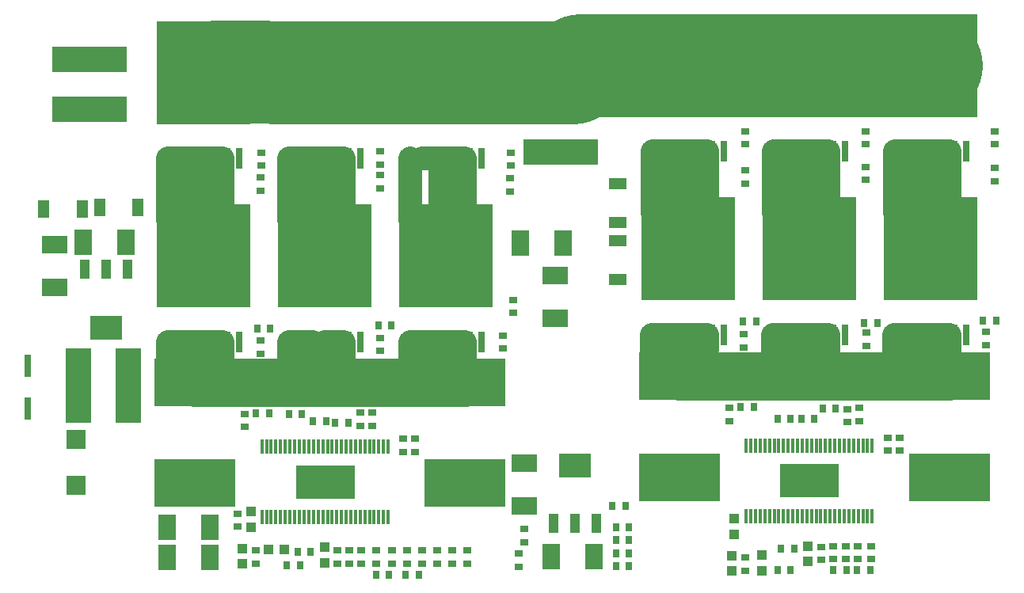
<source format=gbp>
%FSTAX23Y23*%
%MOIN*%
%SFA1B1*%

%IPPOS*%
%ADD14R,0.043310X0.039370*%
%ADD15R,0.039370X0.043310*%
%ADD16R,0.035430X0.031500*%
%ADD17R,0.031500X0.035430*%
%ADD19R,0.074800X0.106300*%
%ADD21R,0.039370X0.078740*%
%ADD22R,0.137800X0.098430*%
%ADD29R,0.106300X0.074800*%
%ADD47C,0.011810*%
%ADD52C,0.149610*%
%ADD79R,0.314960X0.106300*%
%ADD80R,0.025590X0.094490*%
%ADD81R,0.397440X0.433070*%
%ADD82R,0.029530X0.089960*%
%ADD83R,0.344490X0.204720*%
%ADD84R,0.074410X0.048820*%
%ADD85R,0.048820X0.074410*%
%ADD86R,0.078740X0.078740*%
%ADD87R,0.011810X0.061020*%
%ADD89R,0.106300X0.314960*%
%ADD92C,0.098430*%
%ADD93C,0.204720*%
%ADD94C,0.433070*%
%ADD152R,0.250000X0.142130*%
%LNninja_ecu_pcb-1*%
%LPD*%
G54D14*
X0186Y0138D03*
X01926D03*
G54D15*
X01785Y0154D03*
Y01473D03*
X0382Y0151D03*
Y01443D03*
X0175Y0132D03*
Y01386D03*
X0381Y0129D03*
Y01356D03*
X02095Y01325D03*
Y01391D03*
X0413Y0133D03*
Y01396D03*
X03935Y01292D03*
Y01359D03*
G54D16*
X0233Y02217D03*
Y02272D03*
X04375Y02239D03*
Y02295D03*
X0173Y01532D03*
Y01477D03*
X02935Y01412D03*
Y01467D03*
X02912Y01363D03*
Y01308D03*
X01805Y01377D03*
Y01322D03*
X0215D03*
Y01377D03*
X022Y01322D03*
Y01377D03*
X02251D03*
Y01322D03*
X02314Y01377D03*
Y01322D03*
X02378Y01377D03*
Y01322D03*
X02442Y01377D03*
Y01322D03*
X02505Y01377D03*
Y01322D03*
X02569D03*
Y01377D03*
X02632D03*
Y01322D03*
X02696D03*
Y01377D03*
X02875Y02945D03*
Y02889D03*
X04917Y02987D03*
Y02932D03*
X02845Y02282D03*
Y02227D03*
X0488Y02297D03*
Y02242D03*
X0288Y03052D03*
Y02997D03*
X04917Y03142D03*
Y03087D03*
X0289Y02432D03*
Y02377D03*
X0233Y02957D03*
Y02902D03*
X04372Y02992D03*
Y02937D03*
X0233Y03057D03*
Y03002D03*
X04372Y03142D03*
Y03087D03*
X01827Y02947D03*
Y02892D03*
X03867Y02977D03*
Y02922D03*
X01825Y0226D03*
Y02204D03*
X0386Y02287D03*
Y02232D03*
X0183Y03052D03*
Y02997D03*
X03867Y03142D03*
Y03087D03*
X0176Y01897D03*
Y01952D03*
X02295Y01957D03*
Y01902D03*
X02245D03*
Y01957D03*
X02475Y01792D03*
Y01847D03*
X02425D03*
Y01792D03*
X04395Y0134D03*
Y01395D03*
X0434Y0134D03*
Y01395D03*
X0429Y0134D03*
Y01395D03*
X04235Y0134D03*
Y01395D03*
X04185Y01337D03*
Y01392D03*
X03865Y01292D03*
Y01347D03*
X038Y01922D03*
Y01977D03*
X04295Y01917D03*
Y01972D03*
X04345Y01922D03*
Y01977D03*
X04515Y01797D03*
Y01852D03*
X04465Y01797D03*
Y01852D03*
G54D17*
X01992Y01315D03*
X01937D03*
X01982Y0137D03*
X02037D03*
X04867Y02345D03*
X04922D03*
X02322Y02325D03*
X02377D03*
X04367Y02335D03*
X04422D03*
X01867Y0231D03*
X01812D03*
X03857Y0234D03*
X03912D03*
X01807Y01955D03*
X01862D03*
X02Y0195D03*
X01945D03*
X02102Y0192D03*
X02047D03*
X02195Y01915D03*
X0214D03*
X04017Y01385D03*
X04072D03*
X04002Y01295D03*
X04057D03*
X04237D03*
X04292D03*
X04337D03*
X04392D03*
X03322Y01365D03*
X03377D03*
X03322Y0131D03*
X03377D03*
X03322Y0142D03*
X03377D03*
X03322Y01475D03*
X03377D03*
X03307Y01565D03*
X03362D03*
X03847Y0198D03*
X03902D03*
X04002Y0193D03*
X04057D03*
X04102D03*
X04157D03*
X04192Y01975D03*
X04247D03*
X02437Y01275D03*
X02492D03*
X02312D03*
X02367D03*
G54D19*
X0108Y02675D03*
X01261D03*
X01613Y01474D03*
X01432D03*
X01613Y01347D03*
X01432D03*
X0292Y0267D03*
X03101D03*
X03048Y0135D03*
X0323D03*
G54D21*
X01085Y0256D03*
X01175D03*
X01266D03*
X03058Y0149D03*
X03149D03*
X0324D03*
G54D22*
X01175Y02315D03*
X03149Y01734D03*
G54D29*
X03065Y02536D03*
Y02355D03*
X02935Y01565D03*
Y01746D03*
X0096Y02665D03*
Y02483D03*
G54D47*
X04727Y0296D02*
X04754Y02932D01*
X02687Y0293D02*
X02714Y02902D01*
X04724Y0211D02*
X04725Y0211D01*
X04367Y02115D02*
X04372Y0211D01*
X04367Y02115D02*
D01*
X03857D02*
X03862Y0212D01*
X03852Y0211D02*
X03857Y02115D01*
X04724Y0211D02*
X04735D01*
X02686Y02085D02*
X02687Y02085D01*
X0182Y02085D02*
X01825Y0209D01*
X0182Y02085D02*
X01862Y02042D01*
G54D52*
X03621Y02936D02*
Y03011D01*
Y02651D02*
Y02936D01*
X04131Y02651D02*
Y02941D01*
X04646D02*
Y03019D01*
X04131Y02941D02*
Y03024D01*
X04646Y02765D02*
Y02941D01*
X01581Y02906D02*
Y02981D01*
Y02621D02*
Y02906D01*
X02091Y02621D02*
Y02911D01*
X02606D02*
Y02989D01*
X02091Y02911D02*
Y02994D01*
X02606Y02735D02*
Y02911D01*
G54D79*
X01105Y03444D03*
Y03235D03*
X0309Y03264D03*
Y03055D03*
G54D80*
X00845Y01974D03*
Y02156D03*
G54D81*
X04135Y03419D03*
X04645Y02647D03*
X04135D03*
X03625D03*
X01585Y02617D03*
X02605D03*
X01585Y03389D03*
X02095D03*
X02605D03*
X04645Y03419D03*
X03625D03*
X02095Y02617D03*
G54D82*
X03985Y03057D03*
X04035D03*
X04085D03*
X04185D03*
X04235D03*
X04285D03*
X04495Y02285D03*
X04545D03*
X04595D03*
X04695D03*
X04745D03*
X04795D03*
X03985D03*
X04035D03*
X04085D03*
X04185D03*
X04235D03*
X04285D03*
X03475D03*
X03525D03*
X03575D03*
X03675D03*
X03725D03*
X03775D03*
X01435Y02255D03*
X01485D03*
X01535D03*
X01635D03*
X01685D03*
X01735D03*
X02455D03*
X02505D03*
X02555D03*
X02655D03*
X02705D03*
X02755D03*
X01435Y03027D03*
X01485D03*
X01535D03*
X01635D03*
X01685D03*
X01735D03*
X01945D03*
X01995D03*
X02045D03*
X02145D03*
X02195D03*
X02245D03*
X02455D03*
X02505D03*
X02555D03*
X02655D03*
X02705D03*
X02755D03*
X04495Y03057D03*
X04545D03*
X04595D03*
X04695D03*
X04745D03*
X04795D03*
X03475D03*
X03525D03*
X03575D03*
X03675D03*
X03725D03*
X03775D03*
X01995Y02255D03*
X01945D03*
X02195D03*
X02245D03*
X02045D03*
X02145D03*
G54D83*
X02686Y02085D03*
Y0166D03*
X04726Y0211D03*
Y01685D03*
X03591Y0211D03*
Y01685D03*
X01551Y02085D03*
Y0166D03*
G54D84*
X0333Y02519D03*
Y0268D03*
Y02759D03*
Y0292D03*
G54D85*
X01075Y02815D03*
X00914D03*
X0131Y0282D03*
X0115D03*
G54D86*
X0105Y01845D03*
Y0165D03*
G54D87*
X04401Y01522D03*
X04381D03*
X04362D03*
X04342D03*
X04322D03*
X04303D03*
X04283D03*
X04263D03*
X04243D03*
X04224D03*
X04204D03*
X04184D03*
X04165D03*
X04145D03*
X04125D03*
X04106D03*
X04086D03*
X04066D03*
X04047D03*
X04027D03*
X04007D03*
X03988D03*
X03968D03*
X03948D03*
X03928D03*
X03909D03*
X03889D03*
X03869D03*
Y01817D03*
X03889Y01817D03*
X03909Y01817D03*
X03928D03*
X03948D03*
X03968D03*
X03988D03*
X04007D03*
X04027D03*
X04047D03*
X04066D03*
X04086D03*
X04106D03*
X04125D03*
X04145D03*
X04165D03*
X04184D03*
X04204D03*
X04224D03*
X04243D03*
X04263D03*
X04283D03*
X04303D03*
X04322D03*
X04342D03*
X04362D03*
X04381D03*
X04401D03*
X02363Y01518D03*
X02344D03*
X02324D03*
X02304D03*
X02285D03*
X02265D03*
X02245D03*
X02226D03*
X02206D03*
X02186D03*
X02167D03*
X02147D03*
X02127D03*
X02108D03*
X02088D03*
X02068D03*
X02049D03*
X02029D03*
X02009D03*
X01989D03*
X0197D03*
X0195D03*
X0193D03*
X01911D03*
X01891D03*
X01871D03*
X01852D03*
X01832D03*
Y01814D03*
X01852Y01813D03*
X01871Y01814D03*
X01891D03*
X01911D03*
X0193D03*
X0195D03*
X0197D03*
X01989D03*
X02009D03*
X02029D03*
X02049D03*
X02068D03*
X02088D03*
X02108D03*
X02127D03*
X02147D03*
X02167D03*
X02186D03*
X02206D03*
X02226D03*
X02245D03*
X02265D03*
X02285D03*
X02304D03*
X02324D03*
X02344D03*
X02363D03*
G54D89*
X0106Y0207D03*
X01269D03*
G54D92*
X02455Y02767D02*
X02505Y02717D01*
X04217Y02729D02*
Y03057D01*
X03707Y02729D02*
Y03057D01*
X03475D02*
X03525D01*
X03575*
X03675D02*
X03707D01*
X03985D02*
X04035D01*
X04085*
X04185D02*
X04217D01*
X04495D02*
X04545D01*
X04595*
X04695D02*
X04727D01*
X04646Y02765D02*
X04727Y02846D01*
X04646Y02648D02*
Y02765D01*
X04545Y02747D02*
Y03057D01*
X04495Y02797D02*
Y03057D01*
X04595D02*
X04695D01*
X04085D02*
X04185D01*
X03575D02*
X03675D01*
X04727Y02846D02*
Y0296D01*
Y03057*
X04035Y02747D02*
Y03057D01*
X03985Y02797D02*
Y03057D01*
X03525Y02747D02*
Y03057D01*
X03475Y02797D02*
Y03057D01*
X02177Y02699D02*
Y03027D01*
X01667Y02699D02*
Y03027D01*
X01435D02*
X01485D01*
X01535*
X01635D02*
X01667D01*
X01945D02*
X01995D01*
X02045*
X02145D02*
X02177D01*
X02505D02*
X02555D01*
X02655D02*
X02687D01*
X02606Y02735D02*
X02687Y02816D01*
X02606Y02618D02*
Y02735D01*
X02455Y02767D02*
Y03027D01*
Y02767D02*
Y03027D01*
X02555D02*
X02655D01*
X02045D02*
X02145D01*
X01535D02*
X01635D01*
X02687Y02816D02*
Y0293D01*
Y03027*
X01995Y02717D02*
Y03027D01*
X01945Y02767D02*
Y03027D01*
X01485Y02717D02*
Y03027D01*
X01435Y02767D02*
Y03027D01*
X04725Y0211D02*
Y02285D01*
X04692Y02141D02*
Y02285D01*
X04725*
X04492Y02115D02*
Y02285D01*
X04592Y02241D02*
Y02285D01*
X04542Y02165D02*
Y02285D01*
X04642D02*
X04692D01*
X04592D02*
X04642D01*
Y02191D02*
Y02285D01*
X04132Y02115D02*
Y02285D01*
X04215Y02133D02*
Y02285D01*
X04032Y02145D02*
Y02285D01*
X04082Y02165D02*
Y02285D01*
X03982Y02125D02*
Y02285D01*
X04132D02*
X04182D01*
X04082D02*
X04132D01*
X03672Y02193D02*
Y02285D01*
X03622Y02143D02*
Y02285D01*
X03572Y02126D02*
Y02285D01*
X03622D02*
X03672D01*
X03572D02*
X03622D01*
X03522Y02176D02*
Y02285D01*
X03472Y0212D02*
Y02285D01*
X04542D02*
X04592D01*
X04492D02*
X04542D01*
X04182D02*
X04215D01*
X04032D02*
X04082D01*
X03982D02*
X04032D01*
X03522D02*
X03572D01*
X03472D02*
X03522D01*
X03672D02*
X03705D01*
Y02225D02*
Y02285D01*
X01435Y02075D02*
Y02255D01*
X02555Y02216D02*
Y02255D01*
X02455Y02125D02*
Y02255D01*
X02505Y021D02*
Y02255D01*
X02605D02*
X02655D01*
X02555D02*
X02605D01*
Y02166D02*
Y02255D01*
X01945Y0212D02*
Y02255D01*
X02045Y02115D02*
Y02235D01*
X01995Y02185D02*
Y02255D01*
X0213Y02085D02*
Y02235D01*
X02145Y0214D02*
Y02255D01*
X02095D02*
X02145D01*
X02045Y02235D02*
X0213D01*
X0158Y0213D02*
X01624Y02085D01*
X01535Y02175D02*
Y02255D01*
X0158Y0213D02*
Y02255D01*
X01667Y02085D02*
Y02255D01*
X01635Y02085D02*
Y02255D01*
X0158D02*
X01635D01*
X01535D02*
X0158D01*
X01535Y02175D02*
X0158Y0213D01*
X01667Y02042D02*
Y02085D01*
X01635Y02075D02*
Y02085D01*
X01624D02*
X01635Y02075D01*
X02655Y02255D02*
X02687D01*
X02505D02*
X02555D01*
X02455D02*
X02505D01*
X02145D02*
X02177D01*
X01995D02*
X02045D01*
X01945D02*
X01995D01*
X01635D02*
X01667D01*
X01485D02*
X01535D01*
X01435D02*
X01485D01*
X01445Y02085D02*
X01485Y02125D01*
Y02255*
X02687Y02085D02*
Y02255D01*
X02655Y02116D02*
Y02255D01*
X02177Y02098D02*
Y02255D01*
G54D93*
X03852Y0211D02*
X04372D01*
X03589Y0211D02*
X03852D01*
X03852Y0211*
X03589D02*
X03589Y0211D01*
X04372Y0211D02*
X04724D01*
X02095Y02085D02*
X02686D01*
X01635D02*
X01667D01*
X01624D02*
X01635D01*
X01551D02*
X01624D01*
X01667D02*
X0182D01*
X0213*
G54D94*
X03174Y03419D02*
X0363D01*
X0414D02*
X0465D01*
X0363D02*
X0414D01*
X0261Y03389D02*
X03144D01*
X021D02*
X0261D01*
X01635Y0339D02*
X021Y03389D01*
G54D152*
X04135Y0167D03*
X02098Y01666D03*
M02*
</source>
